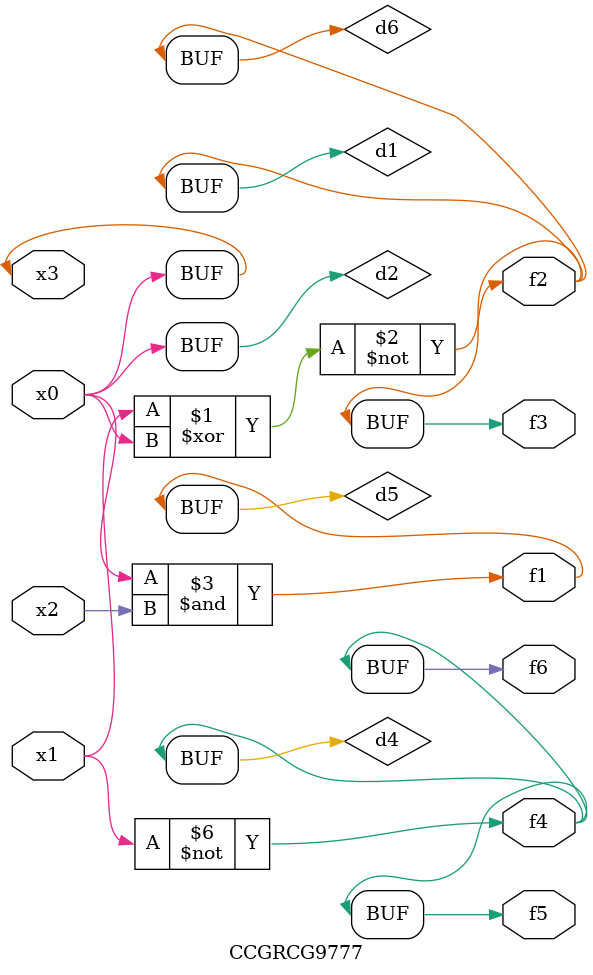
<source format=v>
module CCGRCG9777(
	input x0, x1, x2, x3,
	output f1, f2, f3, f4, f5, f6
);

	wire d1, d2, d3, d4, d5, d6;

	xnor (d1, x1, x3);
	buf (d2, x0, x3);
	nand (d3, x0, x2);
	not (d4, x1);
	nand (d5, d3);
	or (d6, d1);
	assign f1 = d5;
	assign f2 = d6;
	assign f3 = d6;
	assign f4 = d4;
	assign f5 = d4;
	assign f6 = d4;
endmodule

</source>
